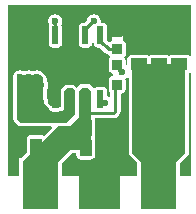
<source format=gbl>
G04*
G04 #@! TF.GenerationSoftware,Altium Limited,Altium Designer,20.0.7 (75)*
G04*
G04 Layer_Physical_Order=4*
G04 Layer_Color=16711680*
%FSLAX44Y44*%
%MOMM*%
G71*
G01*
G75*
G04:AMPARAMS|DCode=12|XSize=0.8mm|YSize=0.9mm|CornerRadius=0.06mm|HoleSize=0mm|Usage=FLASHONLY|Rotation=270.000|XOffset=0mm|YOffset=0mm|HoleType=Round|Shape=RoundedRectangle|*
%AMROUNDEDRECTD12*
21,1,0.8000,0.7800,0,0,270.0*
21,1,0.6800,0.9000,0,0,270.0*
1,1,0.1200,-0.3900,-0.3400*
1,1,0.1200,-0.3900,0.3400*
1,1,0.1200,0.3900,0.3400*
1,1,0.1200,0.3900,-0.3400*
%
%ADD12ROUNDEDRECTD12*%
%ADD19C,0.2540*%
%ADD21R,3.0000X4.0000*%
%ADD22C,0.6000*%
G04:AMPARAMS|DCode=23|XSize=0.95mm|YSize=1.4mm|CornerRadius=0.0712mm|HoleSize=0mm|Usage=FLASHONLY|Rotation=180.000|XOffset=0mm|YOffset=0mm|HoleType=Round|Shape=RoundedRectangle|*
%AMROUNDEDRECTD23*
21,1,0.9500,1.2575,0,0,180.0*
21,1,0.8075,1.4000,0,0,180.0*
1,1,0.1425,-0.4037,0.6288*
1,1,0.1425,0.4037,0.6288*
1,1,0.1425,0.4037,-0.6288*
1,1,0.1425,-0.4037,-0.6288*
%
%ADD23ROUNDEDRECTD23*%
G04:AMPARAMS|DCode=24|XSize=0.5334mm|YSize=1.5mm|CornerRadius=0.0667mm|HoleSize=0mm|Usage=FLASHONLY|Rotation=180.000|XOffset=0mm|YOffset=0mm|HoleType=Round|Shape=RoundedRectangle|*
%AMROUNDEDRECTD24*
21,1,0.5334,1.3667,0,0,180.0*
21,1,0.4001,1.5000,0,0,180.0*
1,1,0.1333,-0.2000,0.6833*
1,1,0.1333,0.2000,0.6833*
1,1,0.1333,0.2000,-0.6833*
1,1,0.1333,-0.2000,-0.6833*
%
%ADD24ROUNDEDRECTD24*%
%ADD25R,3.2000X2.4000*%
%ADD26R,1.7000X2.5000*%
G04:AMPARAMS|DCode=27|XSize=0.95mm|YSize=1.4mm|CornerRadius=0.0712mm|HoleSize=0mm|Usage=FLASHONLY|Rotation=270.000|XOffset=0mm|YOffset=0mm|HoleType=Round|Shape=RoundedRectangle|*
%AMROUNDEDRECTD27*
21,1,0.9500,1.2575,0,0,270.0*
21,1,0.8075,1.4000,0,0,270.0*
1,1,0.1425,-0.6288,-0.4037*
1,1,0.1425,-0.6288,0.4037*
1,1,0.1425,0.6288,0.4037*
1,1,0.1425,0.6288,-0.4037*
%
%ADD27ROUNDEDRECTD27*%
G04:AMPARAMS|DCode=28|XSize=0.9mm|YSize=0.8mm|CornerRadius=0.06mm|HoleSize=0mm|Usage=FLASHONLY|Rotation=90.000|XOffset=0mm|YOffset=0mm|HoleType=Round|Shape=RoundedRectangle|*
%AMROUNDEDRECTD28*
21,1,0.9000,0.6800,0,0,90.0*
21,1,0.7800,0.8000,0,0,90.0*
1,1,0.1200,0.3400,0.3900*
1,1,0.1200,0.3400,-0.3900*
1,1,0.1200,-0.3400,-0.3900*
1,1,0.1200,-0.3400,0.3900*
%
%ADD28ROUNDEDRECTD28*%
G36*
X74914Y155366D02*
X74683Y155369D01*
X74452Y155349D01*
X74223Y155304D01*
X73994Y155237D01*
X73767Y155145D01*
X73541Y155030D01*
X73315Y154892D01*
X73091Y154729D01*
X72868Y154543D01*
X72646Y154333D01*
X70959Y156239D01*
X71169Y156460D01*
X71358Y156681D01*
X71526Y156904D01*
X71672Y157128D01*
X71798Y157353D01*
X71903Y157579D01*
X71987Y157807D01*
X72050Y158035D01*
X72092Y158264D01*
X72113Y158495D01*
X74914Y155366D01*
D02*
G37*
G36*
X72404Y154091D02*
X71898Y153568D01*
X71102Y152630D01*
X70811Y152216D01*
X70593Y151839D01*
X70446Y151498D01*
X70371Y151193D01*
X70368Y150925D01*
X70437Y150694D01*
X70577Y150499D01*
X67016Y154061D01*
X67210Y153920D01*
X67442Y153851D01*
X67710Y153854D01*
X68014Y153929D01*
X68355Y154076D01*
X68733Y154295D01*
X69147Y154585D01*
X69597Y154947D01*
X70608Y155887D01*
X72404Y154091D01*
D02*
G37*
G36*
X83137Y142525D02*
X83068Y142293D01*
X83071Y142025D01*
X83146Y141721D01*
X83293Y141380D01*
X83511Y141003D01*
X83802Y140589D01*
X84164Y140138D01*
X85104Y139127D01*
X83308Y137331D01*
X82784Y137837D01*
X81847Y138633D01*
X81433Y138924D01*
X81055Y139143D01*
X80714Y139289D01*
X80410Y139364D01*
X80142Y139367D01*
X79910Y139298D01*
X79716Y139158D01*
X83277Y142719D01*
X83137Y142525D01*
D02*
G37*
G36*
X90624Y132069D02*
X90598Y132311D01*
X90521Y132527D01*
X90392Y132717D01*
X90212Y132882D01*
X89981Y133022D01*
X89698Y133136D01*
X89364Y133225D01*
X88979Y133288D01*
X88542Y133327D01*
X88053Y133339D01*
Y135879D01*
X88542Y135892D01*
X88979Y135930D01*
X89364Y135994D01*
X89698Y136082D01*
X89981Y136197D01*
X90212Y136336D01*
X90392Y136502D01*
X90521Y136692D01*
X90598Y136908D01*
X90624Y137149D01*
Y132069D01*
D02*
G37*
G36*
X157610Y129792D02*
X157190Y129501D01*
X156340Y129230D01*
X155346Y129894D01*
X153897Y130182D01*
X141322D01*
X139874Y129894D01*
X139110Y129383D01*
X138346Y129894D01*
X136897Y130182D01*
X124322D01*
X122874Y129894D01*
X122110Y129383D01*
X121346Y129894D01*
X119897Y130182D01*
X107322D01*
X105874Y129894D01*
X104646Y129073D01*
X103825Y127845D01*
X103537Y126397D01*
Y122353D01*
X102267Y121634D01*
X102180Y121686D01*
Y125509D01*
X101901Y126914D01*
X101105Y128105D01*
Y128280D01*
X101605Y128614D01*
X102401Y129805D01*
X102680Y131209D01*
Y138009D01*
X102401Y139414D01*
X101605Y140605D01*
X100414Y141400D01*
X99610Y141560D01*
Y145609D01*
X90610D01*
Y141560D01*
X89805Y141400D01*
X88614Y140605D01*
X87448Y141145D01*
X86838Y141754D01*
X86479Y142140D01*
X86398Y142241D01*
Y153442D01*
X86113Y154873D01*
X85303Y156086D01*
X84090Y156896D01*
X82659Y157181D01*
X81994D01*
X81188Y158163D01*
X81227Y158359D01*
X80761Y160700D01*
X79435Y162685D01*
X77451Y164011D01*
X75110Y164477D01*
X72769Y164011D01*
X70784Y162685D01*
X69458Y160700D01*
X69090Y158850D01*
X69067Y158771D01*
X69063Y158728D01*
X69055Y158715D01*
X69022Y158664D01*
X69016Y158656D01*
X67981Y157621D01*
X67595Y157262D01*
X67494Y157181D01*
X65959D01*
X64528Y156896D01*
X63315Y156086D01*
X62505Y154873D01*
X62220Y153442D01*
Y139776D01*
X62505Y138345D01*
X63315Y137132D01*
X64528Y136322D01*
X65959Y136037D01*
X69959D01*
X71390Y136322D01*
X72603Y137132D01*
X73413Y138345D01*
X73698Y139776D01*
X74920D01*
X75205Y138345D01*
X76015Y137132D01*
X77228Y136322D01*
X78659Y136037D01*
X80178D01*
X80593Y135685D01*
X81596Y134682D01*
X82031Y134031D01*
X84531Y131531D01*
X85944Y130587D01*
X87610Y130256D01*
X87729D01*
X87818Y129805D01*
X88614Y128614D01*
X89114Y128280D01*
Y128105D01*
X88319Y126914D01*
X88039Y125509D01*
Y117709D01*
X88319Y116305D01*
X89114Y115114D01*
X90305Y114318D01*
X91110Y114158D01*
Y112060D01*
X90305Y111900D01*
X89114Y111105D01*
X88319Y109914D01*
X88039Y108509D01*
Y100709D01*
X88319Y99305D01*
X89114Y98114D01*
X89146Y98092D01*
Y95290D01*
X88026Y94692D01*
X87174Y95261D01*
X86398Y95416D01*
Y99443D01*
X86113Y100873D01*
X85303Y102086D01*
X84090Y102896D01*
X82659Y103181D01*
X78659D01*
X77228Y102896D01*
X76413Y102352D01*
X75927Y102105D01*
X74676Y102368D01*
X72773Y104272D01*
X72772Y104272D01*
X71780Y104935D01*
X70610Y105168D01*
X70610Y105168D01*
X65110D01*
X65110Y105168D01*
X63939Y104935D01*
X62947Y104272D01*
X60860Y102185D01*
X59272Y103772D01*
X59272Y103772D01*
X58280Y104435D01*
X57109Y104668D01*
X57109Y104668D01*
X52110Y104668D01*
X52110Y104668D01*
X50939Y104435D01*
X49947Y103772D01*
X49947Y103772D01*
X47947Y101772D01*
X47284Y100780D01*
X47051Y99609D01*
X47051Y99609D01*
X47051Y85876D01*
X46843Y85668D01*
X46420D01*
X46124Y85609D01*
X45823D01*
X45545Y85494D01*
X45249Y85435D01*
X44999Y85268D01*
X44886Y85221D01*
X44258Y85096D01*
X40860D01*
X40321Y85203D01*
X40120Y85338D01*
X39901Y85667D01*
X39864Y85852D01*
X39696Y86102D01*
X39581Y86380D01*
X39368Y86594D01*
X39201Y86844D01*
X36387Y89657D01*
X36477Y90109D01*
X36012Y92450D01*
X35168Y93712D01*
X35168Y100506D01*
X36012Y101768D01*
X36477Y104109D01*
X36012Y106450D01*
X35168Y107712D01*
Y110324D01*
X35071Y110811D01*
X35007Y111304D01*
X34956Y111393D01*
X34936Y111494D01*
X34660Y111907D01*
X34412Y112338D01*
X32412Y114623D01*
X32330Y114686D01*
X32273Y114772D01*
X31859Y115048D01*
X31466Y115351D01*
X31366Y115378D01*
X31280Y115435D01*
X31145Y115462D01*
X29201Y116761D01*
X26860Y117227D01*
X24518Y116761D01*
X23360Y115987D01*
X22201Y116761D01*
X19860Y117227D01*
X17519Y116761D01*
X16360Y115987D01*
X15201Y116761D01*
X12860Y117227D01*
X10518Y116761D01*
X8534Y115435D01*
X7208Y113450D01*
X6742Y111109D01*
X7051Y109557D01*
Y98662D01*
X6742Y97109D01*
X7051Y95557D01*
Y84662D01*
X6742Y83109D01*
X7051Y81557D01*
Y75609D01*
X7051Y75609D01*
X7284Y74439D01*
X7947Y73446D01*
X7947Y73446D01*
X10947Y70446D01*
X11939Y69783D01*
X13110Y69550D01*
X13110Y69550D01*
X39066D01*
X39552Y68377D01*
X32619Y61445D01*
X31736Y62035D01*
X30287Y62323D01*
X22213D01*
X20764Y62035D01*
X19536Y61214D01*
X18715Y59986D01*
X18427Y58538D01*
Y47253D01*
X13784Y42609D01*
X12110D01*
Y39905D01*
X12051Y39609D01*
X12051Y39609D01*
Y27109D01*
X2610D01*
Y172109D01*
X157610D01*
Y129792D01*
D02*
G37*
G36*
X97283Y119243D02*
X97725Y118882D01*
X97948Y118731D01*
X98171Y118600D01*
X98395Y118489D01*
X98620Y118397D01*
X98846Y118325D01*
X99072Y118273D01*
X99299Y118241D01*
X98537Y117628D01*
X99126Y117709D01*
X99117Y117657D01*
X99127Y117593D01*
X99157Y117515D01*
X99205Y117425D01*
X99273Y117322D01*
X99361Y117206D01*
X99593Y116935D01*
X99903Y116612D01*
X97626Y115297D01*
X97249Y115664D01*
X96691Y116144D01*
X96026Y115610D01*
X96040Y115839D01*
X96030Y116068D01*
X95995Y116297D01*
X95935Y116524D01*
X95850Y116751D01*
X95820Y116813D01*
X95703Y116885D01*
X95461Y117006D01*
X95241Y117086D01*
X95044Y117125D01*
X94869Y117123D01*
X95590Y117223D01*
X95445Y117426D01*
X95260Y117650D01*
X95050Y117873D01*
X97062Y119453D01*
X97283Y119243D01*
D02*
G37*
G36*
X83293Y91086D02*
X83340Y91042D01*
X83417Y91004D01*
X83526Y90971D01*
X83666Y90943D01*
X83837Y90920D01*
X84273Y90890D01*
X84833Y90879D01*
Y88339D01*
X84537Y88337D01*
X83666Y88276D01*
X83526Y88247D01*
X83417Y88214D01*
X83340Y88176D01*
X83293Y88133D01*
X83277Y88084D01*
Y91134D01*
X83293Y91086D01*
D02*
G37*
G36*
X81688Y91782D02*
X81816Y91683D01*
X81940Y91607D01*
X82060Y91554D01*
X82176Y91524D01*
X82288Y91517D01*
X82396Y91533D01*
X82501Y91571D01*
X82602Y91633D01*
X82698Y91718D01*
X82354Y87920D01*
X79761Y90108D01*
X81557Y91904D01*
X81688Y91782D01*
D02*
G37*
G36*
X32110Y110324D02*
X32110Y89609D01*
X37038Y84681D01*
X37105Y84345D01*
X37915Y83132D01*
X39128Y82322D01*
X40559Y82037D01*
X44559D01*
X45990Y82322D01*
X46420Y82609D01*
X48110D01*
X50110Y84609D01*
X50110Y99609D01*
X52110Y101609D01*
X57110Y101609D01*
X59110Y99609D01*
X59110Y79609D01*
X52168Y72668D01*
X45110D01*
X44814Y72609D01*
X13110D01*
X10110Y75609D01*
Y110609D01*
X12110Y112609D01*
X30110D01*
X32110Y110324D01*
D02*
G37*
G36*
X103829Y110788D02*
X104551Y110569D01*
X104551Y47109D01*
X104551Y47109D01*
X104784Y45939D01*
X105447Y44946D01*
X112051Y38342D01*
Y27109D01*
X97610D01*
Y-391D01*
X62610D01*
Y27109D01*
X48168D01*
Y38342D01*
X56377Y46550D01*
X60427D01*
Y45212D01*
X60715Y43764D01*
X61536Y42536D01*
X62764Y41715D01*
X64212Y41427D01*
X72288D01*
X73736Y41715D01*
X74964Y42536D01*
X75785Y43764D01*
X76073Y45212D01*
Y49128D01*
X76168Y49609D01*
X76168Y76396D01*
X92012D01*
X93678Y76728D01*
X95091Y77671D01*
X96579Y79159D01*
X97522Y80572D01*
X97854Y82238D01*
Y97039D01*
X98510D01*
X99914Y97318D01*
X101105Y98114D01*
X101901Y99305D01*
X102180Y100709D01*
Y108509D01*
X101901Y109914D01*
X101873Y109956D01*
X103281Y110897D01*
X103829Y110788D01*
D02*
G37*
G36*
X157610Y114394D02*
Y27109D01*
X148168D01*
Y38342D01*
X154773Y44946D01*
X155436Y45939D01*
X155668Y47109D01*
X155668Y47109D01*
X155668Y114520D01*
X156382Y115028D01*
X157610Y114394D01*
D02*
G37*
G36*
X152610Y119609D02*
X152610Y47109D01*
X145110Y39609D01*
Y-391D01*
X115110D01*
Y39609D01*
X107610Y47109D01*
X107610Y119609D01*
X110360Y122359D01*
X149860D01*
X152610Y119609D01*
D02*
G37*
G36*
X73110Y99609D02*
X73110Y49609D01*
X55110D01*
X45110Y39609D01*
Y-391D01*
X15110D01*
Y39609D01*
X45110Y69609D01*
X55110D01*
X62610Y77109D01*
Y99609D01*
X65110Y102109D01*
X70610D01*
X73110Y99609D01*
D02*
G37*
%LPC*%
G36*
X42500Y164618D02*
X40159Y164152D01*
X38174Y162826D01*
X36848Y160841D01*
X36383Y158500D01*
X36848Y156159D01*
X37406Y155324D01*
X37105Y154873D01*
X36820Y153442D01*
Y139776D01*
X37105Y138345D01*
X37915Y137132D01*
X39128Y136322D01*
X40559Y136037D01*
X44559D01*
X45990Y136322D01*
X47203Y137132D01*
X48013Y138345D01*
X48298Y139776D01*
Y153442D01*
X48013Y154873D01*
X47686Y155362D01*
X47663Y155428D01*
X48152Y156159D01*
X48618Y158500D01*
X48152Y160841D01*
X46826Y162826D01*
X44841Y164152D01*
X42500Y164618D01*
D02*
G37*
%LPD*%
G36*
X43861Y156395D02*
X44659Y156417D01*
X44506Y156243D01*
X44370Y156054D01*
X44249Y155851D01*
X44144Y155634D01*
X44056Y155401D01*
X44028Y155306D01*
X44040Y155257D01*
X44145Y154972D01*
X44273Y154711D01*
X44424Y154473D01*
X44599Y154259D01*
X44797Y154068D01*
X45018Y153901D01*
X40100D01*
X40331Y154075D01*
X40537Y154270D01*
X40719Y154488D01*
X40877Y154727D01*
X41011Y154990D01*
X41117Y155265D01*
X41101Y155315D01*
X41007Y155543D01*
X40896Y155755D01*
X40768Y155952D01*
X40623Y156134D01*
X40461Y156299D01*
X41304Y156323D01*
X41314Y156631D01*
X43854D01*
X43861Y156395D01*
D02*
G37*
D12*
X95110Y134609D02*
D03*
Y149609D02*
D03*
D19*
Y119609D02*
X99005Y115714D01*
Y115256D02*
Y115714D01*
X67936Y79750D02*
X68936Y80750D01*
X82056Y89609D02*
X84833D01*
X67000Y79750D02*
X67936D01*
X67959Y146609D02*
Y151442D01*
X74876Y158359D01*
X75110D01*
X95110Y119609D02*
Y121609D01*
X42559Y146609D02*
X42584Y146635D01*
Y159584D01*
X42610Y159609D01*
X80659Y141776D02*
Y146609D01*
Y141776D02*
X85110Y137325D01*
Y137109D02*
Y137325D01*
X87610Y134609D02*
X95110D01*
X85110Y137109D02*
X87610Y134609D01*
X92012Y80750D02*
X93500Y82238D01*
X68936Y80750D02*
X92012D01*
X93500Y103000D02*
X95110Y104609D01*
X93500Y82238D02*
Y103000D01*
X80659Y91006D02*
Y92609D01*
Y91006D02*
X82056Y89609D01*
X42559Y92609D02*
Y104558D01*
X57610Y119609D01*
X61610D01*
D21*
X30110Y19609D02*
D03*
X80110D02*
D03*
X130110D02*
D03*
D22*
X154000Y164500D02*
D03*
X150500Y157500D02*
D03*
X154000Y38500D02*
D03*
X147000Y164500D02*
D03*
X140000D02*
D03*
X133000D02*
D03*
X126000D02*
D03*
X119000D02*
D03*
X112000D02*
D03*
X108500Y31500D02*
D03*
X105000Y164500D02*
D03*
X101500Y45500D02*
D03*
X105000Y38500D02*
D03*
X101500Y31500D02*
D03*
X98000Y164500D02*
D03*
Y66500D02*
D03*
Y52500D02*
D03*
X91000Y164500D02*
D03*
X59500Y31500D02*
D03*
X56000Y38500D02*
D03*
X52500Y31500D02*
D03*
X38500Y129500D02*
D03*
X35000Y122500D02*
D03*
X66500Y108500D02*
D03*
X73500D02*
D03*
X63000Y115500D02*
D03*
X70000D02*
D03*
X77000D02*
D03*
X73500Y122500D02*
D03*
X66500D02*
D03*
X59500D02*
D03*
X52500D02*
D03*
X45500D02*
D03*
X49000Y129500D02*
D03*
X56000D02*
D03*
X63000D02*
D03*
X70000D02*
D03*
X77000D02*
D03*
X99005Y115256D02*
D03*
X84833Y89609D02*
D03*
X116000Y107750D02*
D03*
X75110Y158359D02*
D03*
X42500Y158500D02*
D03*
X33860Y83109D02*
D03*
X26860D02*
D03*
X30360Y90109D02*
D03*
X26860Y97109D02*
D03*
X30360Y104109D02*
D03*
X26860Y111109D02*
D03*
X19860D02*
D03*
X12860D02*
D03*
X16360Y104109D02*
D03*
X12860Y97109D02*
D03*
X16360Y90109D02*
D03*
X12860Y83109D02*
D03*
X16360Y76109D02*
D03*
X23360D02*
D03*
X30360D02*
D03*
X37360D02*
D03*
X44360D02*
D03*
X51360D02*
D03*
X54860Y83109D02*
D03*
X67000Y65750D02*
D03*
Y86750D02*
D03*
Y79750D02*
D03*
X63500Y72750D02*
D03*
X60000Y65750D02*
D03*
X63500Y58750D02*
D03*
X32000Y51750D02*
D03*
X28500Y44750D02*
D03*
X56500Y58750D02*
D03*
X53000Y65750D02*
D03*
X49500Y58750D02*
D03*
X46000Y65750D02*
D03*
X42500Y58750D02*
D03*
X46000Y51750D02*
D03*
X42500Y44750D02*
D03*
X39000Y51750D02*
D03*
X35500Y44750D02*
D03*
X140500Y114750D02*
D03*
X133500D02*
D03*
X126500D02*
D03*
X119500D02*
D03*
X112500D02*
D03*
Y100750D02*
D03*
X116000Y93750D02*
D03*
X112500Y86750D02*
D03*
X116000Y79750D02*
D03*
X112500Y72750D02*
D03*
X147500Y114750D02*
D03*
X144000Y107750D02*
D03*
X147500Y100750D02*
D03*
X144000Y93750D02*
D03*
X147500Y86750D02*
D03*
X144000Y79750D02*
D03*
X147500Y72750D02*
D03*
X147500Y58750D02*
D03*
X144000Y65750D02*
D03*
X140500Y58750D02*
D03*
X144000Y51750D02*
D03*
X140500Y44750D02*
D03*
X137000Y65750D02*
D03*
X133500Y58750D02*
D03*
X137000Y51750D02*
D03*
X133500Y44750D02*
D03*
X130000Y65750D02*
D03*
X126500Y58750D02*
D03*
X130000Y51750D02*
D03*
X126500Y44750D02*
D03*
X123000Y65750D02*
D03*
X119500Y58750D02*
D03*
X123000Y51750D02*
D03*
X119500Y44750D02*
D03*
X116000Y65750D02*
D03*
X112500Y58750D02*
D03*
X116000Y51750D02*
D03*
D23*
X68250Y51500D02*
D03*
X86750D02*
D03*
X68250Y68250D02*
D03*
X86750D02*
D03*
X26250Y52250D02*
D03*
X7750D02*
D03*
D24*
X67959Y92609D02*
D03*
X55259D02*
D03*
X42559D02*
D03*
X80659D02*
D03*
Y146609D02*
D03*
X67959D02*
D03*
X55259D02*
D03*
X42559D02*
D03*
D25*
X61610Y119609D02*
D03*
D26*
X19610Y138609D02*
D03*
Y98609D02*
D03*
D27*
X130610Y122359D02*
D03*
Y140859D02*
D03*
X113610Y122359D02*
D03*
Y140859D02*
D03*
X147610Y122359D02*
D03*
Y140859D02*
D03*
D28*
X95110Y121609D02*
D03*
Y104609D02*
D03*
M02*

</source>
